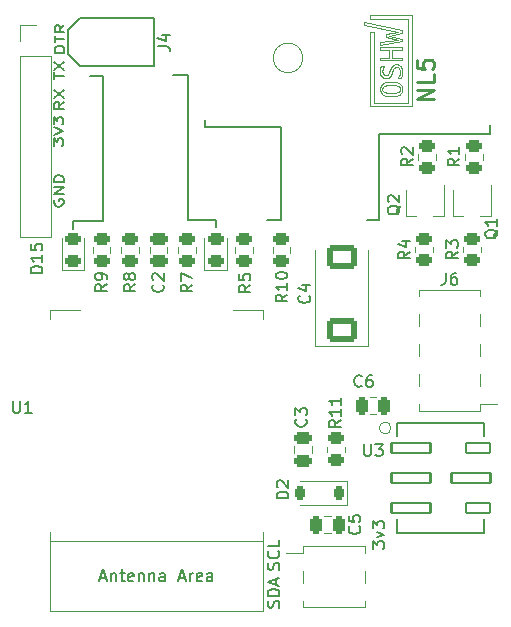
<source format=gto>
G04 #@! TF.GenerationSoftware,KiCad,Pcbnew,7.0.9*
G04 #@! TF.CreationDate,2023-12-30T12:31:20+01:00*
G04 #@! TF.ProjectId,ithowifi_4l,6974686f-7769-4666-995f-346c2e6b6963,rev?*
G04 #@! TF.SameCoordinates,Original*
G04 #@! TF.FileFunction,Legend,Top*
G04 #@! TF.FilePolarity,Positive*
%FSLAX46Y46*%
G04 Gerber Fmt 4.6, Leading zero omitted, Abs format (unit mm)*
G04 Created by KiCad (PCBNEW 7.0.9) date 2023-12-30 12:31:20*
%MOMM*%
%LPD*%
G01*
G04 APERTURE LIST*
G04 Aperture macros list*
%AMRoundRect*
0 Rectangle with rounded corners*
0 $1 Rounding radius*
0 $2 $3 $4 $5 $6 $7 $8 $9 X,Y pos of 4 corners*
0 Add a 4 corners polygon primitive as box body*
4,1,4,$2,$3,$4,$5,$6,$7,$8,$9,$2,$3,0*
0 Add four circle primitives for the rounded corners*
1,1,$1+$1,$2,$3*
1,1,$1+$1,$4,$5*
1,1,$1+$1,$6,$7*
1,1,$1+$1,$8,$9*
0 Add four rect primitives between the rounded corners*
20,1,$1+$1,$2,$3,$4,$5,0*
20,1,$1+$1,$4,$5,$6,$7,0*
20,1,$1+$1,$6,$7,$8,$9,0*
20,1,$1+$1,$8,$9,$2,$3,0*%
G04 Aperture macros list end*
%ADD10C,0.200000*%
%ADD11C,0.125000*%
%ADD12C,0.150000*%
%ADD13C,0.219726*%
%ADD14C,0.120000*%
%ADD15R,3.150000X1.000000*%
%ADD16R,0.700000X1.000000*%
%ADD17RoundRect,0.250000X-0.450000X0.262500X-0.450000X-0.262500X0.450000X-0.262500X0.450000X0.262500X0*%
%ADD18R,1.700000X1.700000*%
%ADD19O,1.700000X1.700000*%
%ADD20R,1.500000X0.900000*%
%ADD21R,0.900000X1.500000*%
%ADD22R,1.050000X1.050000*%
%ADD23C,3.200000*%
%ADD24RoundRect,0.243750X0.456250X-0.243750X0.456250X0.243750X-0.456250X0.243750X-0.456250X-0.243750X0*%
%ADD25C,0.990600*%
%ADD26C,0.787400*%
%ADD27R,0.750000X1.000000*%
%ADD28RoundRect,0.250000X0.250000X0.475000X-0.250000X0.475000X-0.250000X-0.475000X0.250000X-0.475000X0*%
%ADD29RoundRect,0.250000X0.450000X-0.262500X0.450000X0.262500X-0.450000X0.262500X-0.450000X-0.262500X0*%
%ADD30RoundRect,0.250000X0.475000X-0.250000X0.475000X0.250000X-0.475000X0.250000X-0.475000X-0.250000X0*%
%ADD31RoundRect,0.250000X1.025000X-0.787500X1.025000X0.787500X-1.025000X0.787500X-1.025000X-0.787500X0*%
%ADD32RoundRect,0.250000X-0.250000X-0.475000X0.250000X-0.475000X0.250000X0.475000X-0.250000X0.475000X0*%
%ADD33RoundRect,0.225000X0.225000X0.375000X-0.225000X0.375000X-0.225000X-0.375000X0.225000X-0.375000X0*%
%ADD34C,2.000000*%
%ADD35RoundRect,0.105000X-1.655000X0.420000X-1.655000X-0.420000X1.655000X-0.420000X1.655000X0.420000X0*%
%ADD36RoundRect,0.105000X-1.005000X0.420000X-1.005000X-0.420000X1.005000X-0.420000X1.005000X0.420000X0*%
%ADD37R,1.500000X5.080000*%
G04 APERTURE END LIST*
D10*
X98635000Y-110700000D02*
X98635000Y-122936000D01*
X98635000Y-110700000D02*
X97365000Y-110700000D01*
X98635000Y-122936000D02*
X100965000Y-122936000D01*
X100965000Y-123571000D02*
X100965000Y-122936000D01*
X114808000Y-122936000D02*
X113792000Y-122936000D01*
X114808000Y-122936000D02*
X114808000Y-115700000D01*
X124200000Y-115700000D02*
X124200000Y-114900000D01*
X114808000Y-115700000D02*
X124200000Y-115700000D01*
X105328500Y-122936000D02*
X106471500Y-122936000D01*
X100075000Y-115100000D02*
X100075000Y-114465000D01*
X100075000Y-115100000D02*
X106475000Y-115100000D01*
X106471500Y-122936000D02*
X106475000Y-115100000D01*
X88900000Y-123063000D02*
X91440000Y-123063000D01*
D11*
X114924121Y-108127604D02*
X114924121Y-108127604D01*
X116746770Y-107855554D02*
X114924121Y-108127604D01*
X116746770Y-107622204D02*
X116746770Y-107855554D01*
X115663870Y-107375604D02*
X116746770Y-107622204D01*
X116746770Y-107128004D02*
X115663870Y-107375604D01*
X116746770Y-106894705D02*
X116746770Y-107128004D01*
X113569970Y-106205954D02*
X116746770Y-106894705D01*
X113569970Y-106446304D02*
X113569970Y-106205954D01*
X116406070Y-107037654D02*
X113569970Y-106446304D01*
X115424620Y-107247654D02*
X116406070Y-107037654D01*
X115424620Y-107505054D02*
X115424620Y-107247654D01*
X116403620Y-107712554D02*
X115424620Y-107505054D01*
X114924121Y-107887254D02*
X116403620Y-107712554D01*
X114924121Y-108127604D02*
X114924121Y-107887254D01*
X114924121Y-109464705D02*
X114924121Y-109464705D01*
X116746770Y-109464705D02*
X114924121Y-109464705D01*
X116746770Y-109216754D02*
X116746770Y-109464705D01*
X115878720Y-109216754D02*
X116746770Y-109216754D01*
X115878720Y-108541854D02*
X115878720Y-109216754D01*
X116746770Y-108541854D02*
X115878720Y-108541854D01*
X116746770Y-108293904D02*
X116746770Y-108541854D01*
X114924121Y-108293904D02*
X116746770Y-108293904D01*
X114924121Y-108541854D02*
X114924121Y-108293904D01*
X115671220Y-108541854D02*
X114924121Y-108541854D01*
X115671220Y-109216754D02*
X115671220Y-108541854D01*
X114924121Y-109216754D02*
X115671220Y-109216754D01*
X114924121Y-109464705D02*
X114924121Y-109216754D01*
X114986820Y-109900069D02*
X114986520Y-109900069D01*
X114978670Y-109921499D02*
X114986820Y-109900069D01*
X114919820Y-110124954D02*
X114978670Y-109921499D01*
X114916020Y-110144219D02*
X114919820Y-110124954D01*
X114911921Y-110163744D02*
X114916020Y-110144219D01*
X114891570Y-110309959D02*
X114911921Y-110163744D01*
X114891570Y-110365024D02*
X114891570Y-110309959D01*
X114891570Y-110426604D02*
X114891570Y-110365024D01*
X114928220Y-110610524D02*
X114891570Y-110426604D01*
X115014470Y-110774639D02*
X114928220Y-110610524D01*
X115039170Y-110802034D02*
X115014470Y-110774639D01*
X115063570Y-110829434D02*
X115039170Y-110802034D01*
X115210070Y-110924920D02*
X115063570Y-110829434D01*
X115374720Y-110965615D02*
X115210070Y-110924920D01*
X115429770Y-110965615D02*
X115374720Y-110965615D01*
X115473470Y-110965615D02*
X115429770Y-110965615D01*
X115605020Y-110937124D02*
X115473470Y-110965615D01*
X115721670Y-110870124D02*
X115605020Y-110937124D01*
X115741220Y-110850864D02*
X115721670Y-110870124D01*
X115760470Y-110831874D02*
X115741220Y-110850864D01*
X115842370Y-110701399D02*
X115760470Y-110831874D01*
X115904770Y-110524529D02*
X115842370Y-110701399D01*
X115914270Y-110482209D02*
X115904770Y-110524529D01*
X115944920Y-110350649D02*
X115914270Y-110482209D01*
X115951420Y-110321349D02*
X115944920Y-110350649D01*
X115992121Y-110200364D02*
X115951420Y-110321349D01*
X116043670Y-110114649D02*
X115992121Y-110200364D01*
X116055870Y-110102709D02*
X116043670Y-110114649D01*
X116067820Y-110090774D02*
X116055870Y-110102709D01*
X116212370Y-110030819D02*
X116067820Y-110090774D01*
X116264720Y-110030819D02*
X116212370Y-110030819D01*
X116298120Y-110030819D02*
X116264720Y-110030819D01*
X116398220Y-110056864D02*
X116298120Y-110030819D01*
X116485020Y-110117354D02*
X116398220Y-110056864D01*
X116499120Y-110134444D02*
X116485020Y-110117354D01*
X116512970Y-110151809D02*
X116499120Y-110134444D01*
X116561220Y-110258959D02*
X116512970Y-110151809D01*
X116582120Y-110383474D02*
X116561220Y-110258959D01*
X116582120Y-110424974D02*
X116582120Y-110383474D01*
X116582120Y-110483029D02*
X116582120Y-110424974D01*
X116547420Y-110656909D02*
X116582120Y-110483029D01*
X116540620Y-110677794D02*
X116547420Y-110656909D01*
X116533571Y-110698684D02*
X116540620Y-110677794D01*
X116424771Y-110919225D02*
X116533571Y-110698684D01*
X116410120Y-110942549D02*
X116424771Y-110919225D01*
X116672470Y-110942549D02*
X116410120Y-110942549D01*
X116681420Y-110920849D02*
X116672470Y-110942549D01*
X116749770Y-110704384D02*
X116681420Y-110920849D01*
X116754370Y-110682684D02*
X116749770Y-110704384D01*
X116758970Y-110661249D02*
X116754370Y-110682684D01*
X116782320Y-110489534D02*
X116758970Y-110661249D01*
X116782320Y-110424974D02*
X116782320Y-110489534D01*
X116782320Y-110357434D02*
X116782320Y-110424974D01*
X116748121Y-110153979D02*
X116782320Y-110357434D01*
X116668370Y-109983079D02*
X116748121Y-110153979D01*
X116645620Y-109956224D02*
X116668370Y-109983079D01*
X116622820Y-109929369D02*
X116645620Y-109956224D01*
X116477970Y-109835509D02*
X116622820Y-109929369D01*
X116306220Y-109795089D02*
X116477970Y-109835509D01*
X116249020Y-109795089D02*
X116306220Y-109795089D01*
X116199371Y-109795089D02*
X116249020Y-109795089D01*
X116051270Y-109824389D02*
X116199371Y-109795089D01*
X115921070Y-109892749D02*
X116051270Y-109824389D01*
X115899870Y-109912279D02*
X115921070Y-109892749D01*
X115878470Y-109931814D02*
X115899870Y-109912279D01*
X115788670Y-110064459D02*
X115878470Y-109931814D01*
X115721670Y-110243224D02*
X115788670Y-110064459D01*
X115711920Y-110285814D02*
X115721670Y-110243224D01*
X115682620Y-110415209D02*
X115711920Y-110285814D01*
X115675270Y-110445589D02*
X115682620Y-110415209D01*
X115586870Y-110653115D02*
X115675270Y-110445589D01*
X115576270Y-110664229D02*
X115586870Y-110653115D01*
X115565670Y-110675354D02*
X115576270Y-110664229D01*
X115437920Y-110730154D02*
X115565670Y-110675354D01*
X115391820Y-110730154D02*
X115437920Y-110730154D01*
X115360870Y-110730154D02*
X115391820Y-110730154D01*
X115268120Y-110704924D02*
X115360870Y-110730154D01*
X115186720Y-110645784D02*
X115268120Y-110704924D01*
X115173421Y-110628694D02*
X115186720Y-110645784D01*
X115159620Y-110611874D02*
X115173421Y-110628694D01*
X115112120Y-110509069D02*
X115159620Y-110611874D01*
X115091520Y-110382114D02*
X115112120Y-110509069D01*
X115091520Y-110352819D02*
X115091520Y-110382114D01*
X115091520Y-110333829D02*
X115091520Y-110352819D01*
X115121920Y-110144489D02*
X115091520Y-110333829D01*
X115128120Y-110125764D02*
X115121920Y-110144489D01*
X115134120Y-110107049D02*
X115128120Y-110125764D01*
X115224720Y-109918794D02*
X115134120Y-110107049D01*
X115236920Y-109900069D02*
X115224720Y-109918794D01*
X114986520Y-109900069D02*
X115236920Y-109900069D01*
X115837221Y-111277299D02*
X115837221Y-111277299D01*
X115733070Y-111277299D02*
X115837221Y-111277299D01*
X115420570Y-111315275D02*
X115733070Y-111277299D01*
X115164470Y-111403439D02*
X115420570Y-111315275D01*
X115125420Y-111428659D02*
X115164470Y-111403439D01*
X115086370Y-111453889D02*
X115125420Y-111428659D01*
X114949620Y-111618549D02*
X115086370Y-111453889D01*
X114891020Y-111820375D02*
X114949620Y-111618549D01*
X114891020Y-111887649D02*
X114891020Y-111820375D01*
X114891020Y-111954924D02*
X114891020Y-111887649D01*
X114949620Y-112156204D02*
X114891020Y-111954924D01*
X115086370Y-112321404D02*
X114949620Y-112156204D01*
X115125420Y-112346634D02*
X115086370Y-112321404D01*
X115164470Y-112371864D02*
X115125420Y-112346634D01*
X115420570Y-112459479D02*
X115164470Y-112371864D01*
X115733070Y-112496919D02*
X115420570Y-112459479D01*
X115837221Y-112496919D02*
X115733070Y-112496919D01*
X115941370Y-112496919D02*
X115837221Y-112496919D01*
X116254170Y-112459479D02*
X115941370Y-112496919D01*
X116509671Y-112371864D02*
X116254170Y-112459479D01*
X116548770Y-112346634D02*
X116509671Y-112371864D01*
X116587570Y-112321674D02*
X116548770Y-112346634D01*
X116723470Y-112157014D02*
X116587570Y-112321674D01*
X116782070Y-111955194D02*
X116723470Y-112157014D01*
X116782070Y-111887649D02*
X116782070Y-111955194D01*
X116782070Y-111820375D02*
X116782070Y-111887649D01*
X116723470Y-111618549D02*
X116782070Y-111820375D01*
X116586720Y-111453889D02*
X116723470Y-111618549D01*
X116547670Y-111428659D02*
X116586720Y-111453889D01*
X116508620Y-111403439D02*
X116547670Y-111428659D01*
X116252820Y-111315275D02*
X116508620Y-111403439D01*
X115941120Y-111277299D02*
X116252820Y-111315275D01*
X115837221Y-111277299D02*
X115941120Y-111277299D01*
X115837221Y-111534999D02*
X115837221Y-111534999D01*
X115923220Y-111534999D02*
X115837221Y-111534999D01*
X116181470Y-111555889D02*
X115923220Y-111534999D01*
X116382220Y-111604174D02*
X116181470Y-111555889D01*
X116410970Y-111618009D02*
X116382220Y-111604174D01*
X116439420Y-111631844D02*
X116410970Y-111618009D01*
X116538970Y-111726514D02*
X116439420Y-111631844D01*
X116581871Y-111847499D02*
X116538970Y-111726514D01*
X116581871Y-111887649D02*
X116581871Y-111847499D01*
X116581871Y-111928069D02*
X116581871Y-111887649D01*
X116538720Y-112048779D02*
X116581871Y-111928069D01*
X116438070Y-112143725D02*
X116538720Y-112048779D01*
X116409620Y-112157559D02*
X116438070Y-112143725D01*
X116380870Y-112171399D02*
X116409620Y-112157559D01*
X116180370Y-112218869D02*
X116380870Y-112171399D01*
X115922971Y-112239209D02*
X116180370Y-112218869D01*
X115837221Y-112239209D02*
X115922971Y-112239209D01*
X115750970Y-112239209D02*
X115837221Y-112239209D01*
X115492970Y-112218869D02*
X115750970Y-112239209D01*
X115291970Y-112171399D02*
X115492970Y-112218869D01*
X115263470Y-112157559D02*
X115291970Y-112171399D01*
X115234720Y-112143725D02*
X115263470Y-112157559D01*
X115134120Y-112048779D02*
X115234720Y-112143725D01*
X114026820Y-113338114D02*
X117571710Y-113338114D01*
X114026820Y-105652554D02*
X114026820Y-105958554D01*
X117571710Y-105652554D02*
X114026820Y-105652554D01*
X115091221Y-111928069D02*
X115134120Y-112048779D01*
X115091221Y-111887649D02*
X115091221Y-111928069D01*
X115091221Y-111847499D02*
X115091221Y-111887649D01*
X115134120Y-111726514D02*
X115091221Y-111847499D01*
X115234720Y-111631844D02*
X115134120Y-111726514D01*
X115263470Y-111618009D02*
X115234720Y-111631844D01*
X114339320Y-113025614D02*
X114339320Y-107018404D01*
X117259210Y-113025614D02*
X114339320Y-113025614D01*
X117571710Y-113338114D02*
X117571710Y-105652554D01*
X117259210Y-105965054D02*
X117259210Y-113025614D01*
X114026820Y-105958554D02*
X117259210Y-105965054D01*
X114026820Y-107018404D02*
X114026820Y-113338114D01*
X114339320Y-107018404D02*
X114026820Y-107018404D01*
X115291970Y-111604174D02*
X115263470Y-111618009D01*
X115492970Y-111555889D02*
X115291970Y-111604174D01*
X115750970Y-111534999D02*
X115492970Y-111555889D01*
X115837221Y-111534999D02*
X115750970Y-111534999D01*
X114026820Y-113338114D02*
X114026820Y-113338114D01*
D10*
X90360500Y-110800000D02*
X91440000Y-110800000D01*
X88900000Y-123698000D02*
X88900000Y-123063000D01*
X91440000Y-110800000D02*
X91440000Y-123063000D01*
D12*
X87319295Y-111048704D02*
X87319295Y-110477276D01*
X88119295Y-110762990D02*
X87319295Y-110762990D01*
X87319295Y-110239180D02*
X88119295Y-109572514D01*
X87319295Y-109572514D02*
X88119295Y-110239180D01*
X87268495Y-116681094D02*
X87268495Y-116062047D01*
X87268495Y-116062047D02*
X87573257Y-116395380D01*
X87573257Y-116395380D02*
X87573257Y-116252523D01*
X87573257Y-116252523D02*
X87611352Y-116157285D01*
X87611352Y-116157285D02*
X87649447Y-116109666D01*
X87649447Y-116109666D02*
X87725638Y-116062047D01*
X87725638Y-116062047D02*
X87916114Y-116062047D01*
X87916114Y-116062047D02*
X87992304Y-116109666D01*
X87992304Y-116109666D02*
X88030400Y-116157285D01*
X88030400Y-116157285D02*
X88068495Y-116252523D01*
X88068495Y-116252523D02*
X88068495Y-116538237D01*
X88068495Y-116538237D02*
X88030400Y-116633475D01*
X88030400Y-116633475D02*
X87992304Y-116681094D01*
X87268495Y-115776332D02*
X88068495Y-115442999D01*
X88068495Y-115442999D02*
X87268495Y-115109666D01*
X87268495Y-114871570D02*
X87268495Y-114252523D01*
X87268495Y-114252523D02*
X87573257Y-114585856D01*
X87573257Y-114585856D02*
X87573257Y-114442999D01*
X87573257Y-114442999D02*
X87611352Y-114347761D01*
X87611352Y-114347761D02*
X87649447Y-114300142D01*
X87649447Y-114300142D02*
X87725638Y-114252523D01*
X87725638Y-114252523D02*
X87916114Y-114252523D01*
X87916114Y-114252523D02*
X87992304Y-114300142D01*
X87992304Y-114300142D02*
X88030400Y-114347761D01*
X88030400Y-114347761D02*
X88068495Y-114442999D01*
X88068495Y-114442999D02*
X88068495Y-114728713D01*
X88068495Y-114728713D02*
X88030400Y-114823951D01*
X88030400Y-114823951D02*
X87992304Y-114871570D01*
X87331990Y-121259504D02*
X87293895Y-121354742D01*
X87293895Y-121354742D02*
X87293895Y-121497599D01*
X87293895Y-121497599D02*
X87331990Y-121640456D01*
X87331990Y-121640456D02*
X87408180Y-121735694D01*
X87408180Y-121735694D02*
X87484371Y-121783313D01*
X87484371Y-121783313D02*
X87636752Y-121830932D01*
X87636752Y-121830932D02*
X87751038Y-121830932D01*
X87751038Y-121830932D02*
X87903419Y-121783313D01*
X87903419Y-121783313D02*
X87979609Y-121735694D01*
X87979609Y-121735694D02*
X88055800Y-121640456D01*
X88055800Y-121640456D02*
X88093895Y-121497599D01*
X88093895Y-121497599D02*
X88093895Y-121402361D01*
X88093895Y-121402361D02*
X88055800Y-121259504D01*
X88055800Y-121259504D02*
X88017704Y-121211885D01*
X88017704Y-121211885D02*
X87751038Y-121211885D01*
X87751038Y-121211885D02*
X87751038Y-121402361D01*
X88093895Y-120783313D02*
X87293895Y-120783313D01*
X87293895Y-120783313D02*
X88093895Y-120211885D01*
X88093895Y-120211885D02*
X87293895Y-120211885D01*
X88093895Y-119735694D02*
X87293895Y-119735694D01*
X87293895Y-119735694D02*
X87293895Y-119497599D01*
X87293895Y-119497599D02*
X87331990Y-119354742D01*
X87331990Y-119354742D02*
X87408180Y-119259504D01*
X87408180Y-119259504D02*
X87484371Y-119211885D01*
X87484371Y-119211885D02*
X87636752Y-119164266D01*
X87636752Y-119164266D02*
X87751038Y-119164266D01*
X87751038Y-119164266D02*
X87903419Y-119211885D01*
X87903419Y-119211885D02*
X87979609Y-119259504D01*
X87979609Y-119259504D02*
X88055800Y-119354742D01*
X88055800Y-119354742D02*
X88093895Y-119497599D01*
X88093895Y-119497599D02*
X88093895Y-119735694D01*
X88093895Y-112968066D02*
X87712942Y-113301399D01*
X88093895Y-113539494D02*
X87293895Y-113539494D01*
X87293895Y-113539494D02*
X87293895Y-113158542D01*
X87293895Y-113158542D02*
X87331990Y-113063304D01*
X87331990Y-113063304D02*
X87370085Y-113015685D01*
X87370085Y-113015685D02*
X87446276Y-112968066D01*
X87446276Y-112968066D02*
X87560561Y-112968066D01*
X87560561Y-112968066D02*
X87636752Y-113015685D01*
X87636752Y-113015685D02*
X87674847Y-113063304D01*
X87674847Y-113063304D02*
X87712942Y-113158542D01*
X87712942Y-113158542D02*
X87712942Y-113539494D01*
X87293895Y-112634732D02*
X88093895Y-111968066D01*
X87293895Y-111968066D02*
X88093895Y-112634732D01*
X106325200Y-152574475D02*
X106372819Y-152431618D01*
X106372819Y-152431618D02*
X106372819Y-152193523D01*
X106372819Y-152193523D02*
X106325200Y-152098285D01*
X106325200Y-152098285D02*
X106277580Y-152050666D01*
X106277580Y-152050666D02*
X106182342Y-152003047D01*
X106182342Y-152003047D02*
X106087104Y-152003047D01*
X106087104Y-152003047D02*
X105991866Y-152050666D01*
X105991866Y-152050666D02*
X105944247Y-152098285D01*
X105944247Y-152098285D02*
X105896628Y-152193523D01*
X105896628Y-152193523D02*
X105849009Y-152383999D01*
X105849009Y-152383999D02*
X105801390Y-152479237D01*
X105801390Y-152479237D02*
X105753771Y-152526856D01*
X105753771Y-152526856D02*
X105658533Y-152574475D01*
X105658533Y-152574475D02*
X105563295Y-152574475D01*
X105563295Y-152574475D02*
X105468057Y-152526856D01*
X105468057Y-152526856D02*
X105420438Y-152479237D01*
X105420438Y-152479237D02*
X105372819Y-152383999D01*
X105372819Y-152383999D02*
X105372819Y-152145904D01*
X105372819Y-152145904D02*
X105420438Y-152003047D01*
X106277580Y-151003047D02*
X106325200Y-151050666D01*
X106325200Y-151050666D02*
X106372819Y-151193523D01*
X106372819Y-151193523D02*
X106372819Y-151288761D01*
X106372819Y-151288761D02*
X106325200Y-151431618D01*
X106325200Y-151431618D02*
X106229961Y-151526856D01*
X106229961Y-151526856D02*
X106134723Y-151574475D01*
X106134723Y-151574475D02*
X105944247Y-151622094D01*
X105944247Y-151622094D02*
X105801390Y-151622094D01*
X105801390Y-151622094D02*
X105610914Y-151574475D01*
X105610914Y-151574475D02*
X105515676Y-151526856D01*
X105515676Y-151526856D02*
X105420438Y-151431618D01*
X105420438Y-151431618D02*
X105372819Y-151288761D01*
X105372819Y-151288761D02*
X105372819Y-151193523D01*
X105372819Y-151193523D02*
X105420438Y-151050666D01*
X105420438Y-151050666D02*
X105468057Y-151003047D01*
X106372819Y-150098285D02*
X106372819Y-150574475D01*
X106372819Y-150574475D02*
X105372819Y-150574475D01*
X106325200Y-155782285D02*
X106372819Y-155639428D01*
X106372819Y-155639428D02*
X106372819Y-155401333D01*
X106372819Y-155401333D02*
X106325200Y-155306095D01*
X106325200Y-155306095D02*
X106277580Y-155258476D01*
X106277580Y-155258476D02*
X106182342Y-155210857D01*
X106182342Y-155210857D02*
X106087104Y-155210857D01*
X106087104Y-155210857D02*
X105991866Y-155258476D01*
X105991866Y-155258476D02*
X105944247Y-155306095D01*
X105944247Y-155306095D02*
X105896628Y-155401333D01*
X105896628Y-155401333D02*
X105849009Y-155591809D01*
X105849009Y-155591809D02*
X105801390Y-155687047D01*
X105801390Y-155687047D02*
X105753771Y-155734666D01*
X105753771Y-155734666D02*
X105658533Y-155782285D01*
X105658533Y-155782285D02*
X105563295Y-155782285D01*
X105563295Y-155782285D02*
X105468057Y-155734666D01*
X105468057Y-155734666D02*
X105420438Y-155687047D01*
X105420438Y-155687047D02*
X105372819Y-155591809D01*
X105372819Y-155591809D02*
X105372819Y-155353714D01*
X105372819Y-155353714D02*
X105420438Y-155210857D01*
X106372819Y-154782285D02*
X105372819Y-154782285D01*
X105372819Y-154782285D02*
X105372819Y-154544190D01*
X105372819Y-154544190D02*
X105420438Y-154401333D01*
X105420438Y-154401333D02*
X105515676Y-154306095D01*
X105515676Y-154306095D02*
X105610914Y-154258476D01*
X105610914Y-154258476D02*
X105801390Y-154210857D01*
X105801390Y-154210857D02*
X105944247Y-154210857D01*
X105944247Y-154210857D02*
X106134723Y-154258476D01*
X106134723Y-154258476D02*
X106229961Y-154306095D01*
X106229961Y-154306095D02*
X106325200Y-154401333D01*
X106325200Y-154401333D02*
X106372819Y-154544190D01*
X106372819Y-154544190D02*
X106372819Y-154782285D01*
X106087104Y-153829904D02*
X106087104Y-153353714D01*
X106372819Y-153925142D02*
X105372819Y-153591809D01*
X105372819Y-153591809D02*
X106372819Y-153258476D01*
X114262819Y-150796475D02*
X114262819Y-150177428D01*
X114262819Y-150177428D02*
X114643771Y-150510761D01*
X114643771Y-150510761D02*
X114643771Y-150367904D01*
X114643771Y-150367904D02*
X114691390Y-150272666D01*
X114691390Y-150272666D02*
X114739009Y-150225047D01*
X114739009Y-150225047D02*
X114834247Y-150177428D01*
X114834247Y-150177428D02*
X115072342Y-150177428D01*
X115072342Y-150177428D02*
X115167580Y-150225047D01*
X115167580Y-150225047D02*
X115215200Y-150272666D01*
X115215200Y-150272666D02*
X115262819Y-150367904D01*
X115262819Y-150367904D02*
X115262819Y-150653618D01*
X115262819Y-150653618D02*
X115215200Y-150748856D01*
X115215200Y-150748856D02*
X115167580Y-150796475D01*
X114596152Y-149844094D02*
X115262819Y-149605999D01*
X115262819Y-149605999D02*
X114596152Y-149367904D01*
X114262819Y-149082189D02*
X114262819Y-148463142D01*
X114262819Y-148463142D02*
X114643771Y-148796475D01*
X114643771Y-148796475D02*
X114643771Y-148653618D01*
X114643771Y-148653618D02*
X114691390Y-148558380D01*
X114691390Y-148558380D02*
X114739009Y-148510761D01*
X114739009Y-148510761D02*
X114834247Y-148463142D01*
X114834247Y-148463142D02*
X115072342Y-148463142D01*
X115072342Y-148463142D02*
X115167580Y-148510761D01*
X115167580Y-148510761D02*
X115215200Y-148558380D01*
X115215200Y-148558380D02*
X115262819Y-148653618D01*
X115262819Y-148653618D02*
X115262819Y-148939332D01*
X115262819Y-148939332D02*
X115215200Y-149034570D01*
X115215200Y-149034570D02*
X115167580Y-149082189D01*
X86306819Y-127452285D02*
X85306819Y-127452285D01*
X85306819Y-127452285D02*
X85306819Y-127214190D01*
X85306819Y-127214190D02*
X85354438Y-127071333D01*
X85354438Y-127071333D02*
X85449676Y-126976095D01*
X85449676Y-126976095D02*
X85544914Y-126928476D01*
X85544914Y-126928476D02*
X85735390Y-126880857D01*
X85735390Y-126880857D02*
X85878247Y-126880857D01*
X85878247Y-126880857D02*
X86068723Y-126928476D01*
X86068723Y-126928476D02*
X86163961Y-126976095D01*
X86163961Y-126976095D02*
X86259200Y-127071333D01*
X86259200Y-127071333D02*
X86306819Y-127214190D01*
X86306819Y-127214190D02*
X86306819Y-127452285D01*
X86306819Y-125928476D02*
X86306819Y-126499904D01*
X86306819Y-126214190D02*
X85306819Y-126214190D01*
X85306819Y-126214190D02*
X85449676Y-126309428D01*
X85449676Y-126309428D02*
X85544914Y-126404666D01*
X85544914Y-126404666D02*
X85592533Y-126499904D01*
X85306819Y-125023714D02*
X85306819Y-125499904D01*
X85306819Y-125499904D02*
X85783009Y-125547523D01*
X85783009Y-125547523D02*
X85735390Y-125499904D01*
X85735390Y-125499904D02*
X85687771Y-125404666D01*
X85687771Y-125404666D02*
X85687771Y-125166571D01*
X85687771Y-125166571D02*
X85735390Y-125071333D01*
X85735390Y-125071333D02*
X85783009Y-125023714D01*
X85783009Y-125023714D02*
X85878247Y-124976095D01*
X85878247Y-124976095D02*
X86116342Y-124976095D01*
X86116342Y-124976095D02*
X86211580Y-125023714D01*
X86211580Y-125023714D02*
X86259200Y-125071333D01*
X86259200Y-125071333D02*
X86306819Y-125166571D01*
X86306819Y-125166571D02*
X86306819Y-125404666D01*
X86306819Y-125404666D02*
X86259200Y-125499904D01*
X86259200Y-125499904D02*
X86211580Y-125547523D01*
D13*
X119417240Y-112722110D02*
X118017240Y-112722110D01*
X118017240Y-112722110D02*
X119417240Y-111922110D01*
X119417240Y-111922110D02*
X118017240Y-111922110D01*
X119417240Y-110588777D02*
X119417240Y-111255443D01*
X119417240Y-111255443D02*
X118017240Y-111255443D01*
X118017240Y-109455444D02*
X118017240Y-110122110D01*
X118017240Y-110122110D02*
X118683907Y-110188777D01*
X118683907Y-110188777D02*
X118617240Y-110122110D01*
X118617240Y-110122110D02*
X118550574Y-109988777D01*
X118550574Y-109988777D02*
X118550574Y-109655444D01*
X118550574Y-109655444D02*
X118617240Y-109522110D01*
X118617240Y-109522110D02*
X118683907Y-109455444D01*
X118683907Y-109455444D02*
X118817240Y-109388777D01*
X118817240Y-109388777D02*
X119150574Y-109388777D01*
X119150574Y-109388777D02*
X119283907Y-109455444D01*
X119283907Y-109455444D02*
X119350574Y-109522110D01*
X119350574Y-109522110D02*
X119417240Y-109655444D01*
X119417240Y-109655444D02*
X119417240Y-109988777D01*
X119417240Y-109988777D02*
X119350574Y-110122110D01*
X119350574Y-110122110D02*
X119283907Y-110188777D01*
D12*
X88144695Y-108788056D02*
X87344695Y-108788056D01*
X87344695Y-108788056D02*
X87344695Y-108549961D01*
X87344695Y-108549961D02*
X87382790Y-108407104D01*
X87382790Y-108407104D02*
X87458980Y-108311866D01*
X87458980Y-108311866D02*
X87535171Y-108264247D01*
X87535171Y-108264247D02*
X87687552Y-108216628D01*
X87687552Y-108216628D02*
X87801838Y-108216628D01*
X87801838Y-108216628D02*
X87954219Y-108264247D01*
X87954219Y-108264247D02*
X88030409Y-108311866D01*
X88030409Y-108311866D02*
X88106600Y-108407104D01*
X88106600Y-108407104D02*
X88144695Y-108549961D01*
X88144695Y-108549961D02*
X88144695Y-108788056D01*
X87344695Y-107930913D02*
X87344695Y-107359485D01*
X88144695Y-107645199D02*
X87344695Y-107645199D01*
X88144695Y-106454723D02*
X87763742Y-106788056D01*
X88144695Y-107026151D02*
X87344695Y-107026151D01*
X87344695Y-107026151D02*
X87344695Y-106645199D01*
X87344695Y-106645199D02*
X87382790Y-106549961D01*
X87382790Y-106549961D02*
X87420885Y-106502342D01*
X87420885Y-106502342D02*
X87497076Y-106454723D01*
X87497076Y-106454723D02*
X87611361Y-106454723D01*
X87611361Y-106454723D02*
X87687552Y-106502342D01*
X87687552Y-106502342D02*
X87725647Y-106549961D01*
X87725647Y-106549961D02*
X87763742Y-106645199D01*
X87763742Y-106645199D02*
X87763742Y-107026151D01*
X116628057Y-121761238D02*
X116580438Y-121856476D01*
X116580438Y-121856476D02*
X116485200Y-121951714D01*
X116485200Y-121951714D02*
X116342342Y-122094571D01*
X116342342Y-122094571D02*
X116294723Y-122189809D01*
X116294723Y-122189809D02*
X116294723Y-122285047D01*
X116532819Y-122237428D02*
X116485200Y-122332666D01*
X116485200Y-122332666D02*
X116389961Y-122427904D01*
X116389961Y-122427904D02*
X116199485Y-122475523D01*
X116199485Y-122475523D02*
X115866152Y-122475523D01*
X115866152Y-122475523D02*
X115675676Y-122427904D01*
X115675676Y-122427904D02*
X115580438Y-122332666D01*
X115580438Y-122332666D02*
X115532819Y-122237428D01*
X115532819Y-122237428D02*
X115532819Y-122046952D01*
X115532819Y-122046952D02*
X115580438Y-121951714D01*
X115580438Y-121951714D02*
X115675676Y-121856476D01*
X115675676Y-121856476D02*
X115866152Y-121808857D01*
X115866152Y-121808857D02*
X116199485Y-121808857D01*
X116199485Y-121808857D02*
X116389961Y-121856476D01*
X116389961Y-121856476D02*
X116485200Y-121951714D01*
X116485200Y-121951714D02*
X116532819Y-122046952D01*
X116532819Y-122046952D02*
X116532819Y-122237428D01*
X115628057Y-121427904D02*
X115580438Y-121380285D01*
X115580438Y-121380285D02*
X115532819Y-121285047D01*
X115532819Y-121285047D02*
X115532819Y-121046952D01*
X115532819Y-121046952D02*
X115580438Y-120951714D01*
X115580438Y-120951714D02*
X115628057Y-120904095D01*
X115628057Y-120904095D02*
X115723295Y-120856476D01*
X115723295Y-120856476D02*
X115818533Y-120856476D01*
X115818533Y-120856476D02*
X115961390Y-120904095D01*
X115961390Y-120904095D02*
X116532819Y-121475523D01*
X116532819Y-121475523D02*
X116532819Y-120856476D01*
X117675819Y-117768666D02*
X117199628Y-118101999D01*
X117675819Y-118340094D02*
X116675819Y-118340094D01*
X116675819Y-118340094D02*
X116675819Y-117959142D01*
X116675819Y-117959142D02*
X116723438Y-117863904D01*
X116723438Y-117863904D02*
X116771057Y-117816285D01*
X116771057Y-117816285D02*
X116866295Y-117768666D01*
X116866295Y-117768666D02*
X117009152Y-117768666D01*
X117009152Y-117768666D02*
X117104390Y-117816285D01*
X117104390Y-117816285D02*
X117152009Y-117863904D01*
X117152009Y-117863904D02*
X117199628Y-117959142D01*
X117199628Y-117959142D02*
X117199628Y-118340094D01*
X116771057Y-117387713D02*
X116723438Y-117340094D01*
X116723438Y-117340094D02*
X116675819Y-117244856D01*
X116675819Y-117244856D02*
X116675819Y-117006761D01*
X116675819Y-117006761D02*
X116723438Y-116911523D01*
X116723438Y-116911523D02*
X116771057Y-116863904D01*
X116771057Y-116863904D02*
X116866295Y-116816285D01*
X116866295Y-116816285D02*
X116961533Y-116816285D01*
X116961533Y-116816285D02*
X117104390Y-116863904D01*
X117104390Y-116863904D02*
X117675819Y-117435332D01*
X117675819Y-117435332D02*
X117675819Y-116816285D01*
X83820095Y-138291219D02*
X83820095Y-139100742D01*
X83820095Y-139100742D02*
X83867714Y-139195980D01*
X83867714Y-139195980D02*
X83915333Y-139243600D01*
X83915333Y-139243600D02*
X84010571Y-139291219D01*
X84010571Y-139291219D02*
X84201047Y-139291219D01*
X84201047Y-139291219D02*
X84296285Y-139243600D01*
X84296285Y-139243600D02*
X84343904Y-139195980D01*
X84343904Y-139195980D02*
X84391523Y-139100742D01*
X84391523Y-139100742D02*
X84391523Y-138291219D01*
X85391523Y-139291219D02*
X84820095Y-139291219D01*
X85105809Y-139291219D02*
X85105809Y-138291219D01*
X85105809Y-138291219D02*
X85010571Y-138434076D01*
X85010571Y-138434076D02*
X84915333Y-138529314D01*
X84915333Y-138529314D02*
X84820095Y-138576933D01*
X91215694Y-153272704D02*
X91691884Y-153272704D01*
X91120456Y-153558419D02*
X91453789Y-152558419D01*
X91453789Y-152558419D02*
X91787122Y-153558419D01*
X92120456Y-152891752D02*
X92120456Y-153558419D01*
X92120456Y-152986990D02*
X92168075Y-152939371D01*
X92168075Y-152939371D02*
X92263313Y-152891752D01*
X92263313Y-152891752D02*
X92406170Y-152891752D01*
X92406170Y-152891752D02*
X92501408Y-152939371D01*
X92501408Y-152939371D02*
X92549027Y-153034609D01*
X92549027Y-153034609D02*
X92549027Y-153558419D01*
X92882361Y-152891752D02*
X93263313Y-152891752D01*
X93025218Y-152558419D02*
X93025218Y-153415561D01*
X93025218Y-153415561D02*
X93072837Y-153510800D01*
X93072837Y-153510800D02*
X93168075Y-153558419D01*
X93168075Y-153558419D02*
X93263313Y-153558419D01*
X93977599Y-153510800D02*
X93882361Y-153558419D01*
X93882361Y-153558419D02*
X93691885Y-153558419D01*
X93691885Y-153558419D02*
X93596647Y-153510800D01*
X93596647Y-153510800D02*
X93549028Y-153415561D01*
X93549028Y-153415561D02*
X93549028Y-153034609D01*
X93549028Y-153034609D02*
X93596647Y-152939371D01*
X93596647Y-152939371D02*
X93691885Y-152891752D01*
X93691885Y-152891752D02*
X93882361Y-152891752D01*
X93882361Y-152891752D02*
X93977599Y-152939371D01*
X93977599Y-152939371D02*
X94025218Y-153034609D01*
X94025218Y-153034609D02*
X94025218Y-153129847D01*
X94025218Y-153129847D02*
X93549028Y-153225085D01*
X94453790Y-152891752D02*
X94453790Y-153558419D01*
X94453790Y-152986990D02*
X94501409Y-152939371D01*
X94501409Y-152939371D02*
X94596647Y-152891752D01*
X94596647Y-152891752D02*
X94739504Y-152891752D01*
X94739504Y-152891752D02*
X94834742Y-152939371D01*
X94834742Y-152939371D02*
X94882361Y-153034609D01*
X94882361Y-153034609D02*
X94882361Y-153558419D01*
X95358552Y-152891752D02*
X95358552Y-153558419D01*
X95358552Y-152986990D02*
X95406171Y-152939371D01*
X95406171Y-152939371D02*
X95501409Y-152891752D01*
X95501409Y-152891752D02*
X95644266Y-152891752D01*
X95644266Y-152891752D02*
X95739504Y-152939371D01*
X95739504Y-152939371D02*
X95787123Y-153034609D01*
X95787123Y-153034609D02*
X95787123Y-153558419D01*
X96691885Y-153558419D02*
X96691885Y-153034609D01*
X96691885Y-153034609D02*
X96644266Y-152939371D01*
X96644266Y-152939371D02*
X96549028Y-152891752D01*
X96549028Y-152891752D02*
X96358552Y-152891752D01*
X96358552Y-152891752D02*
X96263314Y-152939371D01*
X96691885Y-153510800D02*
X96596647Y-153558419D01*
X96596647Y-153558419D02*
X96358552Y-153558419D01*
X96358552Y-153558419D02*
X96263314Y-153510800D01*
X96263314Y-153510800D02*
X96215695Y-153415561D01*
X96215695Y-153415561D02*
X96215695Y-153320323D01*
X96215695Y-153320323D02*
X96263314Y-153225085D01*
X96263314Y-153225085D02*
X96358552Y-153177466D01*
X96358552Y-153177466D02*
X96596647Y-153177466D01*
X96596647Y-153177466D02*
X96691885Y-153129847D01*
X97882362Y-153272704D02*
X98358552Y-153272704D01*
X97787124Y-153558419D02*
X98120457Y-152558419D01*
X98120457Y-152558419D02*
X98453790Y-153558419D01*
X98787124Y-153558419D02*
X98787124Y-152891752D01*
X98787124Y-153082228D02*
X98834743Y-152986990D01*
X98834743Y-152986990D02*
X98882362Y-152939371D01*
X98882362Y-152939371D02*
X98977600Y-152891752D01*
X98977600Y-152891752D02*
X99072838Y-152891752D01*
X99787124Y-153510800D02*
X99691886Y-153558419D01*
X99691886Y-153558419D02*
X99501410Y-153558419D01*
X99501410Y-153558419D02*
X99406172Y-153510800D01*
X99406172Y-153510800D02*
X99358553Y-153415561D01*
X99358553Y-153415561D02*
X99358553Y-153034609D01*
X99358553Y-153034609D02*
X99406172Y-152939371D01*
X99406172Y-152939371D02*
X99501410Y-152891752D01*
X99501410Y-152891752D02*
X99691886Y-152891752D01*
X99691886Y-152891752D02*
X99787124Y-152939371D01*
X99787124Y-152939371D02*
X99834743Y-153034609D01*
X99834743Y-153034609D02*
X99834743Y-153129847D01*
X99834743Y-153129847D02*
X99358553Y-153225085D01*
X100691886Y-153558419D02*
X100691886Y-153034609D01*
X100691886Y-153034609D02*
X100644267Y-152939371D01*
X100644267Y-152939371D02*
X100549029Y-152891752D01*
X100549029Y-152891752D02*
X100358553Y-152891752D01*
X100358553Y-152891752D02*
X100263315Y-152939371D01*
X100691886Y-153510800D02*
X100596648Y-153558419D01*
X100596648Y-153558419D02*
X100358553Y-153558419D01*
X100358553Y-153558419D02*
X100263315Y-153510800D01*
X100263315Y-153510800D02*
X100215696Y-153415561D01*
X100215696Y-153415561D02*
X100215696Y-153320323D01*
X100215696Y-153320323D02*
X100263315Y-153225085D01*
X100263315Y-153225085D02*
X100358553Y-153177466D01*
X100358553Y-153177466D02*
X100596648Y-153177466D01*
X100596648Y-153177466D02*
X100691886Y-153129847D01*
X91767819Y-128413566D02*
X91291628Y-128746899D01*
X91767819Y-128984994D02*
X90767819Y-128984994D01*
X90767819Y-128984994D02*
X90767819Y-128604042D01*
X90767819Y-128604042D02*
X90815438Y-128508804D01*
X90815438Y-128508804D02*
X90863057Y-128461185D01*
X90863057Y-128461185D02*
X90958295Y-128413566D01*
X90958295Y-128413566D02*
X91101152Y-128413566D01*
X91101152Y-128413566D02*
X91196390Y-128461185D01*
X91196390Y-128461185D02*
X91244009Y-128508804D01*
X91244009Y-128508804D02*
X91291628Y-128604042D01*
X91291628Y-128604042D02*
X91291628Y-128984994D01*
X91767819Y-127937375D02*
X91767819Y-127746899D01*
X91767819Y-127746899D02*
X91720200Y-127651661D01*
X91720200Y-127651661D02*
X91672580Y-127604042D01*
X91672580Y-127604042D02*
X91529723Y-127508804D01*
X91529723Y-127508804D02*
X91339247Y-127461185D01*
X91339247Y-127461185D02*
X90958295Y-127461185D01*
X90958295Y-127461185D02*
X90863057Y-127508804D01*
X90863057Y-127508804D02*
X90815438Y-127556423D01*
X90815438Y-127556423D02*
X90767819Y-127651661D01*
X90767819Y-127651661D02*
X90767819Y-127842137D01*
X90767819Y-127842137D02*
X90815438Y-127937375D01*
X90815438Y-127937375D02*
X90863057Y-127984994D01*
X90863057Y-127984994D02*
X90958295Y-128032613D01*
X90958295Y-128032613D02*
X91196390Y-128032613D01*
X91196390Y-128032613D02*
X91291628Y-127984994D01*
X91291628Y-127984994D02*
X91339247Y-127937375D01*
X91339247Y-127937375D02*
X91386866Y-127842137D01*
X91386866Y-127842137D02*
X91386866Y-127651661D01*
X91386866Y-127651661D02*
X91339247Y-127556423D01*
X91339247Y-127556423D02*
X91291628Y-127508804D01*
X91291628Y-127508804D02*
X91196390Y-127461185D01*
X107041619Y-129277057D02*
X106565428Y-129610390D01*
X107041619Y-129848485D02*
X106041619Y-129848485D01*
X106041619Y-129848485D02*
X106041619Y-129467533D01*
X106041619Y-129467533D02*
X106089238Y-129372295D01*
X106089238Y-129372295D02*
X106136857Y-129324676D01*
X106136857Y-129324676D02*
X106232095Y-129277057D01*
X106232095Y-129277057D02*
X106374952Y-129277057D01*
X106374952Y-129277057D02*
X106470190Y-129324676D01*
X106470190Y-129324676D02*
X106517809Y-129372295D01*
X106517809Y-129372295D02*
X106565428Y-129467533D01*
X106565428Y-129467533D02*
X106565428Y-129848485D01*
X107041619Y-128324676D02*
X107041619Y-128896104D01*
X107041619Y-128610390D02*
X106041619Y-128610390D01*
X106041619Y-128610390D02*
X106184476Y-128705628D01*
X106184476Y-128705628D02*
X106279714Y-128800866D01*
X106279714Y-128800866D02*
X106327333Y-128896104D01*
X106041619Y-127705628D02*
X106041619Y-127610390D01*
X106041619Y-127610390D02*
X106089238Y-127515152D01*
X106089238Y-127515152D02*
X106136857Y-127467533D01*
X106136857Y-127467533D02*
X106232095Y-127419914D01*
X106232095Y-127419914D02*
X106422571Y-127372295D01*
X106422571Y-127372295D02*
X106660666Y-127372295D01*
X106660666Y-127372295D02*
X106851142Y-127419914D01*
X106851142Y-127419914D02*
X106946380Y-127467533D01*
X106946380Y-127467533D02*
X106994000Y-127515152D01*
X106994000Y-127515152D02*
X107041619Y-127610390D01*
X107041619Y-127610390D02*
X107041619Y-127705628D01*
X107041619Y-127705628D02*
X106994000Y-127800866D01*
X106994000Y-127800866D02*
X106946380Y-127848485D01*
X106946380Y-127848485D02*
X106851142Y-127896104D01*
X106851142Y-127896104D02*
X106660666Y-127943723D01*
X106660666Y-127943723D02*
X106422571Y-127943723D01*
X106422571Y-127943723D02*
X106232095Y-127896104D01*
X106232095Y-127896104D02*
X106136857Y-127848485D01*
X106136857Y-127848485D02*
X106089238Y-127800866D01*
X106089238Y-127800866D02*
X106041619Y-127705628D01*
X117421819Y-125642666D02*
X116945628Y-125975999D01*
X117421819Y-126214094D02*
X116421819Y-126214094D01*
X116421819Y-126214094D02*
X116421819Y-125833142D01*
X116421819Y-125833142D02*
X116469438Y-125737904D01*
X116469438Y-125737904D02*
X116517057Y-125690285D01*
X116517057Y-125690285D02*
X116612295Y-125642666D01*
X116612295Y-125642666D02*
X116755152Y-125642666D01*
X116755152Y-125642666D02*
X116850390Y-125690285D01*
X116850390Y-125690285D02*
X116898009Y-125737904D01*
X116898009Y-125737904D02*
X116945628Y-125833142D01*
X116945628Y-125833142D02*
X116945628Y-126214094D01*
X116755152Y-124785523D02*
X117421819Y-124785523D01*
X116374200Y-125023618D02*
X117088485Y-125261713D01*
X117088485Y-125261713D02*
X117088485Y-124642666D01*
X96086819Y-108247433D02*
X96801104Y-108247433D01*
X96801104Y-108247433D02*
X96943961Y-108295052D01*
X96943961Y-108295052D02*
X97039200Y-108390290D01*
X97039200Y-108390290D02*
X97086819Y-108533147D01*
X97086819Y-108533147D02*
X97086819Y-108628385D01*
X96420152Y-107342671D02*
X97086819Y-107342671D01*
X96039200Y-107580766D02*
X96753485Y-107818861D01*
X96753485Y-107818861D02*
X96753485Y-107199814D01*
X113333333Y-137011580D02*
X113285714Y-137059200D01*
X113285714Y-137059200D02*
X113142857Y-137106819D01*
X113142857Y-137106819D02*
X113047619Y-137106819D01*
X113047619Y-137106819D02*
X112904762Y-137059200D01*
X112904762Y-137059200D02*
X112809524Y-136963961D01*
X112809524Y-136963961D02*
X112761905Y-136868723D01*
X112761905Y-136868723D02*
X112714286Y-136678247D01*
X112714286Y-136678247D02*
X112714286Y-136535390D01*
X112714286Y-136535390D02*
X112761905Y-136344914D01*
X112761905Y-136344914D02*
X112809524Y-136249676D01*
X112809524Y-136249676D02*
X112904762Y-136154438D01*
X112904762Y-136154438D02*
X113047619Y-136106819D01*
X113047619Y-136106819D02*
X113142857Y-136106819D01*
X113142857Y-136106819D02*
X113285714Y-136154438D01*
X113285714Y-136154438D02*
X113333333Y-136202057D01*
X114190476Y-136106819D02*
X114000000Y-136106819D01*
X114000000Y-136106819D02*
X113904762Y-136154438D01*
X113904762Y-136154438D02*
X113857143Y-136202057D01*
X113857143Y-136202057D02*
X113761905Y-136344914D01*
X113761905Y-136344914D02*
X113714286Y-136535390D01*
X113714286Y-136535390D02*
X113714286Y-136916342D01*
X113714286Y-136916342D02*
X113761905Y-137011580D01*
X113761905Y-137011580D02*
X113809524Y-137059200D01*
X113809524Y-137059200D02*
X113904762Y-137106819D01*
X113904762Y-137106819D02*
X114095238Y-137106819D01*
X114095238Y-137106819D02*
X114190476Y-137059200D01*
X114190476Y-137059200D02*
X114238095Y-137011580D01*
X114238095Y-137011580D02*
X114285714Y-136916342D01*
X114285714Y-136916342D02*
X114285714Y-136678247D01*
X114285714Y-136678247D02*
X114238095Y-136583009D01*
X114238095Y-136583009D02*
X114190476Y-136535390D01*
X114190476Y-136535390D02*
X114095238Y-136487771D01*
X114095238Y-136487771D02*
X113904762Y-136487771D01*
X113904762Y-136487771D02*
X113809524Y-136535390D01*
X113809524Y-136535390D02*
X113761905Y-136583009D01*
X113761905Y-136583009D02*
X113714286Y-136678247D01*
X124883057Y-123793238D02*
X124835438Y-123888476D01*
X124835438Y-123888476D02*
X124740200Y-123983714D01*
X124740200Y-123983714D02*
X124597342Y-124126571D01*
X124597342Y-124126571D02*
X124549723Y-124221809D01*
X124549723Y-124221809D02*
X124549723Y-124317047D01*
X124787819Y-124269428D02*
X124740200Y-124364666D01*
X124740200Y-124364666D02*
X124644961Y-124459904D01*
X124644961Y-124459904D02*
X124454485Y-124507523D01*
X124454485Y-124507523D02*
X124121152Y-124507523D01*
X124121152Y-124507523D02*
X123930676Y-124459904D01*
X123930676Y-124459904D02*
X123835438Y-124364666D01*
X123835438Y-124364666D02*
X123787819Y-124269428D01*
X123787819Y-124269428D02*
X123787819Y-124078952D01*
X123787819Y-124078952D02*
X123835438Y-123983714D01*
X123835438Y-123983714D02*
X123930676Y-123888476D01*
X123930676Y-123888476D02*
X124121152Y-123840857D01*
X124121152Y-123840857D02*
X124454485Y-123840857D01*
X124454485Y-123840857D02*
X124644961Y-123888476D01*
X124644961Y-123888476D02*
X124740200Y-123983714D01*
X124740200Y-123983714D02*
X124787819Y-124078952D01*
X124787819Y-124078952D02*
X124787819Y-124269428D01*
X124787819Y-122888476D02*
X124787819Y-123459904D01*
X124787819Y-123174190D02*
X123787819Y-123174190D01*
X123787819Y-123174190D02*
X123930676Y-123269428D01*
X123930676Y-123269428D02*
X124025914Y-123364666D01*
X124025914Y-123364666D02*
X124073533Y-123459904D01*
X121612819Y-117768666D02*
X121136628Y-118101999D01*
X121612819Y-118340094D02*
X120612819Y-118340094D01*
X120612819Y-118340094D02*
X120612819Y-117959142D01*
X120612819Y-117959142D02*
X120660438Y-117863904D01*
X120660438Y-117863904D02*
X120708057Y-117816285D01*
X120708057Y-117816285D02*
X120803295Y-117768666D01*
X120803295Y-117768666D02*
X120946152Y-117768666D01*
X120946152Y-117768666D02*
X121041390Y-117816285D01*
X121041390Y-117816285D02*
X121089009Y-117863904D01*
X121089009Y-117863904D02*
X121136628Y-117959142D01*
X121136628Y-117959142D02*
X121136628Y-118340094D01*
X121612819Y-116816285D02*
X121612819Y-117387713D01*
X121612819Y-117101999D02*
X120612819Y-117101999D01*
X120612819Y-117101999D02*
X120755676Y-117197237D01*
X120755676Y-117197237D02*
X120850914Y-117292475D01*
X120850914Y-117292475D02*
X120898533Y-117387713D01*
X121485819Y-125642666D02*
X121009628Y-125975999D01*
X121485819Y-126214094D02*
X120485819Y-126214094D01*
X120485819Y-126214094D02*
X120485819Y-125833142D01*
X120485819Y-125833142D02*
X120533438Y-125737904D01*
X120533438Y-125737904D02*
X120581057Y-125690285D01*
X120581057Y-125690285D02*
X120676295Y-125642666D01*
X120676295Y-125642666D02*
X120819152Y-125642666D01*
X120819152Y-125642666D02*
X120914390Y-125690285D01*
X120914390Y-125690285D02*
X120962009Y-125737904D01*
X120962009Y-125737904D02*
X121009628Y-125833142D01*
X121009628Y-125833142D02*
X121009628Y-126214094D01*
X120485819Y-125309332D02*
X120485819Y-124690285D01*
X120485819Y-124690285D02*
X120866771Y-125023618D01*
X120866771Y-125023618D02*
X120866771Y-124880761D01*
X120866771Y-124880761D02*
X120914390Y-124785523D01*
X120914390Y-124785523D02*
X120962009Y-124737904D01*
X120962009Y-124737904D02*
X121057247Y-124690285D01*
X121057247Y-124690285D02*
X121295342Y-124690285D01*
X121295342Y-124690285D02*
X121390580Y-124737904D01*
X121390580Y-124737904D02*
X121438200Y-124785523D01*
X121438200Y-124785523D02*
X121485819Y-124880761D01*
X121485819Y-124880761D02*
X121485819Y-125166475D01*
X121485819Y-125166475D02*
X121438200Y-125261713D01*
X121438200Y-125261713D02*
X121390580Y-125309332D01*
X96498580Y-128436666D02*
X96546200Y-128484285D01*
X96546200Y-128484285D02*
X96593819Y-128627142D01*
X96593819Y-128627142D02*
X96593819Y-128722380D01*
X96593819Y-128722380D02*
X96546200Y-128865237D01*
X96546200Y-128865237D02*
X96450961Y-128960475D01*
X96450961Y-128960475D02*
X96355723Y-129008094D01*
X96355723Y-129008094D02*
X96165247Y-129055713D01*
X96165247Y-129055713D02*
X96022390Y-129055713D01*
X96022390Y-129055713D02*
X95831914Y-129008094D01*
X95831914Y-129008094D02*
X95736676Y-128960475D01*
X95736676Y-128960475D02*
X95641438Y-128865237D01*
X95641438Y-128865237D02*
X95593819Y-128722380D01*
X95593819Y-128722380D02*
X95593819Y-128627142D01*
X95593819Y-128627142D02*
X95641438Y-128484285D01*
X95641438Y-128484285D02*
X95689057Y-128436666D01*
X95689057Y-128055713D02*
X95641438Y-128008094D01*
X95641438Y-128008094D02*
X95593819Y-127912856D01*
X95593819Y-127912856D02*
X95593819Y-127674761D01*
X95593819Y-127674761D02*
X95641438Y-127579523D01*
X95641438Y-127579523D02*
X95689057Y-127531904D01*
X95689057Y-127531904D02*
X95784295Y-127484285D01*
X95784295Y-127484285D02*
X95879533Y-127484285D01*
X95879533Y-127484285D02*
X96022390Y-127531904D01*
X96022390Y-127531904D02*
X96593819Y-128103332D01*
X96593819Y-128103332D02*
X96593819Y-127484285D01*
X99006819Y-128436666D02*
X98530628Y-128769999D01*
X99006819Y-129008094D02*
X98006819Y-129008094D01*
X98006819Y-129008094D02*
X98006819Y-128627142D01*
X98006819Y-128627142D02*
X98054438Y-128531904D01*
X98054438Y-128531904D02*
X98102057Y-128484285D01*
X98102057Y-128484285D02*
X98197295Y-128436666D01*
X98197295Y-128436666D02*
X98340152Y-128436666D01*
X98340152Y-128436666D02*
X98435390Y-128484285D01*
X98435390Y-128484285D02*
X98483009Y-128531904D01*
X98483009Y-128531904D02*
X98530628Y-128627142D01*
X98530628Y-128627142D02*
X98530628Y-129008094D01*
X98006819Y-128103332D02*
X98006819Y-127436666D01*
X98006819Y-127436666D02*
X99006819Y-127865237D01*
X108891580Y-129362766D02*
X108939200Y-129410385D01*
X108939200Y-129410385D02*
X108986819Y-129553242D01*
X108986819Y-129553242D02*
X108986819Y-129648480D01*
X108986819Y-129648480D02*
X108939200Y-129791337D01*
X108939200Y-129791337D02*
X108843961Y-129886575D01*
X108843961Y-129886575D02*
X108748723Y-129934194D01*
X108748723Y-129934194D02*
X108558247Y-129981813D01*
X108558247Y-129981813D02*
X108415390Y-129981813D01*
X108415390Y-129981813D02*
X108224914Y-129934194D01*
X108224914Y-129934194D02*
X108129676Y-129886575D01*
X108129676Y-129886575D02*
X108034438Y-129791337D01*
X108034438Y-129791337D02*
X107986819Y-129648480D01*
X107986819Y-129648480D02*
X107986819Y-129553242D01*
X107986819Y-129553242D02*
X108034438Y-129410385D01*
X108034438Y-129410385D02*
X108082057Y-129362766D01*
X108320152Y-128505623D02*
X108986819Y-128505623D01*
X107939200Y-128743718D02*
X108653485Y-128981813D01*
X108653485Y-128981813D02*
X108653485Y-128362766D01*
X113135580Y-148917666D02*
X113183200Y-148965285D01*
X113183200Y-148965285D02*
X113230819Y-149108142D01*
X113230819Y-149108142D02*
X113230819Y-149203380D01*
X113230819Y-149203380D02*
X113183200Y-149346237D01*
X113183200Y-149346237D02*
X113087961Y-149441475D01*
X113087961Y-149441475D02*
X112992723Y-149489094D01*
X112992723Y-149489094D02*
X112802247Y-149536713D01*
X112802247Y-149536713D02*
X112659390Y-149536713D01*
X112659390Y-149536713D02*
X112468914Y-149489094D01*
X112468914Y-149489094D02*
X112373676Y-149441475D01*
X112373676Y-149441475D02*
X112278438Y-149346237D01*
X112278438Y-149346237D02*
X112230819Y-149203380D01*
X112230819Y-149203380D02*
X112230819Y-149108142D01*
X112230819Y-149108142D02*
X112278438Y-148965285D01*
X112278438Y-148965285D02*
X112326057Y-148917666D01*
X112230819Y-148012904D02*
X112230819Y-148489094D01*
X112230819Y-148489094D02*
X112707009Y-148536713D01*
X112707009Y-148536713D02*
X112659390Y-148489094D01*
X112659390Y-148489094D02*
X112611771Y-148393856D01*
X112611771Y-148393856D02*
X112611771Y-148155761D01*
X112611771Y-148155761D02*
X112659390Y-148060523D01*
X112659390Y-148060523D02*
X112707009Y-148012904D01*
X112707009Y-148012904D02*
X112802247Y-147965285D01*
X112802247Y-147965285D02*
X113040342Y-147965285D01*
X113040342Y-147965285D02*
X113135580Y-148012904D01*
X113135580Y-148012904D02*
X113183200Y-148060523D01*
X113183200Y-148060523D02*
X113230819Y-148155761D01*
X113230819Y-148155761D02*
X113230819Y-148393856D01*
X113230819Y-148393856D02*
X113183200Y-148489094D01*
X113183200Y-148489094D02*
X113135580Y-148536713D01*
X108610080Y-139837166D02*
X108657700Y-139884785D01*
X108657700Y-139884785D02*
X108705319Y-140027642D01*
X108705319Y-140027642D02*
X108705319Y-140122880D01*
X108705319Y-140122880D02*
X108657700Y-140265737D01*
X108657700Y-140265737D02*
X108562461Y-140360975D01*
X108562461Y-140360975D02*
X108467223Y-140408594D01*
X108467223Y-140408594D02*
X108276747Y-140456213D01*
X108276747Y-140456213D02*
X108133890Y-140456213D01*
X108133890Y-140456213D02*
X107943414Y-140408594D01*
X107943414Y-140408594D02*
X107848176Y-140360975D01*
X107848176Y-140360975D02*
X107752938Y-140265737D01*
X107752938Y-140265737D02*
X107705319Y-140122880D01*
X107705319Y-140122880D02*
X107705319Y-140027642D01*
X107705319Y-140027642D02*
X107752938Y-139884785D01*
X107752938Y-139884785D02*
X107800557Y-139837166D01*
X107705319Y-139503832D02*
X107705319Y-138884785D01*
X107705319Y-138884785D02*
X108086271Y-139218118D01*
X108086271Y-139218118D02*
X108086271Y-139075261D01*
X108086271Y-139075261D02*
X108133890Y-138980023D01*
X108133890Y-138980023D02*
X108181509Y-138932404D01*
X108181509Y-138932404D02*
X108276747Y-138884785D01*
X108276747Y-138884785D02*
X108514842Y-138884785D01*
X108514842Y-138884785D02*
X108610080Y-138932404D01*
X108610080Y-138932404D02*
X108657700Y-138980023D01*
X108657700Y-138980023D02*
X108705319Y-139075261D01*
X108705319Y-139075261D02*
X108705319Y-139360975D01*
X108705319Y-139360975D02*
X108657700Y-139456213D01*
X108657700Y-139456213D02*
X108610080Y-139503832D01*
X107134819Y-146534094D02*
X106134819Y-146534094D01*
X106134819Y-146534094D02*
X106134819Y-146295999D01*
X106134819Y-146295999D02*
X106182438Y-146153142D01*
X106182438Y-146153142D02*
X106277676Y-146057904D01*
X106277676Y-146057904D02*
X106372914Y-146010285D01*
X106372914Y-146010285D02*
X106563390Y-145962666D01*
X106563390Y-145962666D02*
X106706247Y-145962666D01*
X106706247Y-145962666D02*
X106896723Y-146010285D01*
X106896723Y-146010285D02*
X106991961Y-146057904D01*
X106991961Y-146057904D02*
X107087200Y-146153142D01*
X107087200Y-146153142D02*
X107134819Y-146295999D01*
X107134819Y-146295999D02*
X107134819Y-146534094D01*
X106230057Y-145581713D02*
X106182438Y-145534094D01*
X106182438Y-145534094D02*
X106134819Y-145438856D01*
X106134819Y-145438856D02*
X106134819Y-145200761D01*
X106134819Y-145200761D02*
X106182438Y-145105523D01*
X106182438Y-145105523D02*
X106230057Y-145057904D01*
X106230057Y-145057904D02*
X106325295Y-145010285D01*
X106325295Y-145010285D02*
X106420533Y-145010285D01*
X106420533Y-145010285D02*
X106563390Y-145057904D01*
X106563390Y-145057904D02*
X107134819Y-145629332D01*
X107134819Y-145629332D02*
X107134819Y-145010285D01*
X111562819Y-139932357D02*
X111086628Y-140265690D01*
X111562819Y-140503785D02*
X110562819Y-140503785D01*
X110562819Y-140503785D02*
X110562819Y-140122833D01*
X110562819Y-140122833D02*
X110610438Y-140027595D01*
X110610438Y-140027595D02*
X110658057Y-139979976D01*
X110658057Y-139979976D02*
X110753295Y-139932357D01*
X110753295Y-139932357D02*
X110896152Y-139932357D01*
X110896152Y-139932357D02*
X110991390Y-139979976D01*
X110991390Y-139979976D02*
X111039009Y-140027595D01*
X111039009Y-140027595D02*
X111086628Y-140122833D01*
X111086628Y-140122833D02*
X111086628Y-140503785D01*
X111562819Y-138979976D02*
X111562819Y-139551404D01*
X111562819Y-139265690D02*
X110562819Y-139265690D01*
X110562819Y-139265690D02*
X110705676Y-139360928D01*
X110705676Y-139360928D02*
X110800914Y-139456166D01*
X110800914Y-139456166D02*
X110848533Y-139551404D01*
X111562819Y-138027595D02*
X111562819Y-138599023D01*
X111562819Y-138313309D02*
X110562819Y-138313309D01*
X110562819Y-138313309D02*
X110705676Y-138408547D01*
X110705676Y-138408547D02*
X110800914Y-138503785D01*
X110800914Y-138503785D02*
X110848533Y-138599023D01*
X94180819Y-128413566D02*
X93704628Y-128746899D01*
X94180819Y-128984994D02*
X93180819Y-128984994D01*
X93180819Y-128984994D02*
X93180819Y-128604042D01*
X93180819Y-128604042D02*
X93228438Y-128508804D01*
X93228438Y-128508804D02*
X93276057Y-128461185D01*
X93276057Y-128461185D02*
X93371295Y-128413566D01*
X93371295Y-128413566D02*
X93514152Y-128413566D01*
X93514152Y-128413566D02*
X93609390Y-128461185D01*
X93609390Y-128461185D02*
X93657009Y-128508804D01*
X93657009Y-128508804D02*
X93704628Y-128604042D01*
X93704628Y-128604042D02*
X93704628Y-128984994D01*
X93609390Y-127842137D02*
X93561771Y-127937375D01*
X93561771Y-127937375D02*
X93514152Y-127984994D01*
X93514152Y-127984994D02*
X93418914Y-128032613D01*
X93418914Y-128032613D02*
X93371295Y-128032613D01*
X93371295Y-128032613D02*
X93276057Y-127984994D01*
X93276057Y-127984994D02*
X93228438Y-127937375D01*
X93228438Y-127937375D02*
X93180819Y-127842137D01*
X93180819Y-127842137D02*
X93180819Y-127651661D01*
X93180819Y-127651661D02*
X93228438Y-127556423D01*
X93228438Y-127556423D02*
X93276057Y-127508804D01*
X93276057Y-127508804D02*
X93371295Y-127461185D01*
X93371295Y-127461185D02*
X93418914Y-127461185D01*
X93418914Y-127461185D02*
X93514152Y-127508804D01*
X93514152Y-127508804D02*
X93561771Y-127556423D01*
X93561771Y-127556423D02*
X93609390Y-127651661D01*
X93609390Y-127651661D02*
X93609390Y-127842137D01*
X93609390Y-127842137D02*
X93657009Y-127937375D01*
X93657009Y-127937375D02*
X93704628Y-127984994D01*
X93704628Y-127984994D02*
X93799866Y-128032613D01*
X93799866Y-128032613D02*
X93990342Y-128032613D01*
X93990342Y-128032613D02*
X94085580Y-127984994D01*
X94085580Y-127984994D02*
X94133200Y-127937375D01*
X94133200Y-127937375D02*
X94180819Y-127842137D01*
X94180819Y-127842137D02*
X94180819Y-127651661D01*
X94180819Y-127651661D02*
X94133200Y-127556423D01*
X94133200Y-127556423D02*
X94085580Y-127508804D01*
X94085580Y-127508804D02*
X93990342Y-127461185D01*
X93990342Y-127461185D02*
X93799866Y-127461185D01*
X93799866Y-127461185D02*
X93704628Y-127508804D01*
X93704628Y-127508804D02*
X93657009Y-127556423D01*
X93657009Y-127556423D02*
X93609390Y-127651661D01*
X103916819Y-128470666D02*
X103440628Y-128803999D01*
X103916819Y-129042094D02*
X102916819Y-129042094D01*
X102916819Y-129042094D02*
X102916819Y-128661142D01*
X102916819Y-128661142D02*
X102964438Y-128565904D01*
X102964438Y-128565904D02*
X103012057Y-128518285D01*
X103012057Y-128518285D02*
X103107295Y-128470666D01*
X103107295Y-128470666D02*
X103250152Y-128470666D01*
X103250152Y-128470666D02*
X103345390Y-128518285D01*
X103345390Y-128518285D02*
X103393009Y-128565904D01*
X103393009Y-128565904D02*
X103440628Y-128661142D01*
X103440628Y-128661142D02*
X103440628Y-129042094D01*
X102916819Y-127565904D02*
X102916819Y-128042094D01*
X102916819Y-128042094D02*
X103393009Y-128089713D01*
X103393009Y-128089713D02*
X103345390Y-128042094D01*
X103345390Y-128042094D02*
X103297771Y-127946856D01*
X103297771Y-127946856D02*
X103297771Y-127708761D01*
X103297771Y-127708761D02*
X103345390Y-127613523D01*
X103345390Y-127613523D02*
X103393009Y-127565904D01*
X103393009Y-127565904D02*
X103488247Y-127518285D01*
X103488247Y-127518285D02*
X103726342Y-127518285D01*
X103726342Y-127518285D02*
X103821580Y-127565904D01*
X103821580Y-127565904D02*
X103869200Y-127613523D01*
X103869200Y-127613523D02*
X103916819Y-127708761D01*
X103916819Y-127708761D02*
X103916819Y-127946856D01*
X103916819Y-127946856D02*
X103869200Y-128042094D01*
X103869200Y-128042094D02*
X103821580Y-128089713D01*
X113538095Y-141948819D02*
X113538095Y-142758342D01*
X113538095Y-142758342D02*
X113585714Y-142853580D01*
X113585714Y-142853580D02*
X113633333Y-142901200D01*
X113633333Y-142901200D02*
X113728571Y-142948819D01*
X113728571Y-142948819D02*
X113919047Y-142948819D01*
X113919047Y-142948819D02*
X114014285Y-142901200D01*
X114014285Y-142901200D02*
X114061904Y-142853580D01*
X114061904Y-142853580D02*
X114109523Y-142758342D01*
X114109523Y-142758342D02*
X114109523Y-141948819D01*
X114490476Y-141948819D02*
X115109523Y-141948819D01*
X115109523Y-141948819D02*
X114776190Y-142329771D01*
X114776190Y-142329771D02*
X114919047Y-142329771D01*
X114919047Y-142329771D02*
X115014285Y-142377390D01*
X115014285Y-142377390D02*
X115061904Y-142425009D01*
X115061904Y-142425009D02*
X115109523Y-142520247D01*
X115109523Y-142520247D02*
X115109523Y-142758342D01*
X115109523Y-142758342D02*
X115061904Y-142853580D01*
X115061904Y-142853580D02*
X115014285Y-142901200D01*
X115014285Y-142901200D02*
X114919047Y-142948819D01*
X114919047Y-142948819D02*
X114633333Y-142948819D01*
X114633333Y-142948819D02*
X114538095Y-142901200D01*
X114538095Y-142901200D02*
X114490476Y-142853580D01*
X120436666Y-127454819D02*
X120436666Y-128169104D01*
X120436666Y-128169104D02*
X120389047Y-128311961D01*
X120389047Y-128311961D02*
X120293809Y-128407200D01*
X120293809Y-128407200D02*
X120150952Y-128454819D01*
X120150952Y-128454819D02*
X120055714Y-128454819D01*
X121341428Y-127454819D02*
X121150952Y-127454819D01*
X121150952Y-127454819D02*
X121055714Y-127502438D01*
X121055714Y-127502438D02*
X121008095Y-127550057D01*
X121008095Y-127550057D02*
X120912857Y-127692914D01*
X120912857Y-127692914D02*
X120865238Y-127883390D01*
X120865238Y-127883390D02*
X120865238Y-128264342D01*
X120865238Y-128264342D02*
X120912857Y-128359580D01*
X120912857Y-128359580D02*
X120960476Y-128407200D01*
X120960476Y-128407200D02*
X121055714Y-128454819D01*
X121055714Y-128454819D02*
X121246190Y-128454819D01*
X121246190Y-128454819D02*
X121341428Y-128407200D01*
X121341428Y-128407200D02*
X121389047Y-128359580D01*
X121389047Y-128359580D02*
X121436666Y-128264342D01*
X121436666Y-128264342D02*
X121436666Y-128026247D01*
X121436666Y-128026247D02*
X121389047Y-127931009D01*
X121389047Y-127931009D02*
X121341428Y-127883390D01*
X121341428Y-127883390D02*
X121246190Y-127835771D01*
X121246190Y-127835771D02*
X121055714Y-127835771D01*
X121055714Y-127835771D02*
X120960476Y-127883390D01*
X120960476Y-127883390D02*
X120912857Y-127931009D01*
X120912857Y-127931009D02*
X120865238Y-128026247D01*
D14*
X108398000Y-150562000D02*
X113598000Y-150562000D01*
X113598000Y-152652000D02*
X113598000Y-153672000D01*
X106958000Y-151132000D02*
X108398000Y-151132000D01*
X108398000Y-155192000D02*
X108398000Y-155762000D01*
X108398000Y-155762000D02*
X113598000Y-155762000D01*
X108398000Y-152652000D02*
X108398000Y-153672000D01*
X113598000Y-155192000D02*
X113598000Y-155762000D01*
X113598000Y-150562000D02*
X113598000Y-151132000D01*
X108398000Y-150562000D02*
X108398000Y-151132000D01*
X120268600Y-120039000D02*
X120268600Y-122614000D01*
X117048600Y-120464000D02*
X117048600Y-122614000D01*
X120268600Y-122614000D02*
X119358600Y-122614000D01*
X117958600Y-122614000D02*
X117048600Y-122614000D01*
X119607000Y-117397336D02*
X119607000Y-117851464D01*
X118137000Y-117397336D02*
X118137000Y-117851464D01*
X84395000Y-106467600D02*
X85725000Y-106467600D01*
X84395000Y-107797600D02*
X84395000Y-106467600D01*
X84395000Y-109067600D02*
X84395000Y-124367600D01*
X84395000Y-109067600D02*
X87055000Y-109067600D01*
X84395000Y-124367600D02*
X87055000Y-124367600D01*
X87055000Y-109067600D02*
X87055000Y-124367600D01*
X104977600Y-156103600D02*
X104977600Y-149353600D01*
X104977600Y-156103600D02*
X86977600Y-156103600D01*
X104977600Y-131353600D02*
X104977600Y-130603600D01*
X104977600Y-130603600D02*
X104227600Y-130603600D01*
X104227600Y-130603600D02*
X102477600Y-130603600D01*
X87727600Y-130603600D02*
X89477600Y-130603600D01*
X86977600Y-156103600D02*
X86977600Y-149353600D01*
X86977600Y-150163600D02*
X104977600Y-150163600D01*
X86977600Y-131353600D02*
X86977600Y-130603600D01*
X86977600Y-130603600D02*
X87727600Y-130603600D01*
X92048000Y-125274336D02*
X92048000Y-125728464D01*
X90578000Y-125274336D02*
X90578000Y-125728464D01*
X107271000Y-125282936D02*
X107271000Y-125737064D01*
X105801000Y-125282936D02*
X105801000Y-125737064D01*
X119353000Y-125233936D02*
X119353000Y-125688064D01*
X117883000Y-125233936D02*
X117883000Y-125688064D01*
X87940000Y-127186400D02*
X89860000Y-127186400D01*
X89860000Y-127186400D02*
X89860000Y-124501400D01*
X87940000Y-124501400D02*
X87940000Y-127186400D01*
D12*
X89496000Y-109933400D02*
X95719000Y-109933400D01*
X95719000Y-109933400D02*
X95719000Y-105869400D01*
X88480000Y-108917400D02*
X89496000Y-109933400D01*
X88480000Y-106885400D02*
X88480000Y-108917400D01*
X89496000Y-105869400D02*
X88480000Y-106885400D01*
X95719000Y-105869400D02*
X89496000Y-105869400D01*
D14*
X114561252Y-139419000D02*
X114038748Y-139419000D01*
X114561252Y-137949000D02*
X114038748Y-137949000D01*
X124266600Y-120039000D02*
X124266600Y-122614000D01*
X121046600Y-120464000D02*
X121046600Y-122614000D01*
X124266600Y-122614000D02*
X123356600Y-122614000D01*
X121956600Y-122614000D02*
X121046600Y-122614000D01*
X122124800Y-117851464D02*
X122124800Y-117397336D01*
X123594800Y-117851464D02*
X123594800Y-117397336D01*
X123417000Y-125233936D02*
X123417000Y-125688064D01*
X121947000Y-125233936D02*
X121947000Y-125688064D01*
X95404000Y-125762652D02*
X95404000Y-125240148D01*
X96874000Y-125762652D02*
X96874000Y-125240148D01*
X97817000Y-125742564D02*
X97817000Y-125288436D01*
X99287000Y-125742564D02*
X99287000Y-125288436D01*
X109372000Y-133606100D02*
X113892000Y-133606100D01*
X113892000Y-133606100D02*
X113892000Y-125546100D01*
X109372000Y-125546100D02*
X109372000Y-133606100D01*
X110175648Y-148016000D02*
X110698152Y-148016000D01*
X110175648Y-149486000D02*
X110698152Y-149486000D01*
X107642500Y-142662252D02*
X107642500Y-142139748D01*
X109112500Y-142662252D02*
X109112500Y-142139748D01*
X112135500Y-147084000D02*
X112135500Y-145084000D01*
X112135500Y-147084000D02*
X108125500Y-147084000D01*
X112135500Y-145084000D02*
X108125500Y-145084000D01*
X110436500Y-142604564D02*
X110436500Y-142150436D01*
X111906500Y-142604564D02*
X111906500Y-142150436D01*
X108351780Y-109251460D02*
G75*
G03*
X108351780Y-109251460I-1251000J0D01*
G01*
X92991000Y-125728464D02*
X92991000Y-125274336D01*
X94461000Y-125728464D02*
X94461000Y-125274336D01*
X102643000Y-125742564D02*
X102643000Y-125288436D01*
X104113000Y-125742564D02*
X104113000Y-125288436D01*
X100005000Y-127200500D02*
X101925000Y-127200500D01*
X101925000Y-127200500D02*
X101925000Y-124515500D01*
X100005000Y-124515500D02*
X100005000Y-127200500D01*
D12*
X123665000Y-140130000D02*
X116365000Y-140130000D01*
X116365000Y-140130000D02*
X116365000Y-141280000D01*
X123665000Y-141280000D02*
X123665000Y-140130000D01*
X116365000Y-148280000D02*
X116365000Y-149430000D01*
X123665000Y-149430000D02*
X123665000Y-148280000D01*
X116365000Y-149430000D02*
X123665000Y-149430000D01*
D14*
X115815000Y-140580000D02*
G75*
G03*
X115815000Y-140580000I-500000J0D01*
G01*
X124810000Y-138570000D02*
X123370000Y-138570000D01*
X123370000Y-139140000D02*
X123370000Y-138570000D01*
X123370000Y-139140000D02*
X118170000Y-139140000D01*
X123370000Y-137050000D02*
X123370000Y-136030000D01*
X123370000Y-134510000D02*
X123370000Y-133490000D01*
X123370000Y-131970000D02*
X123370000Y-130950000D01*
X123370000Y-129430000D02*
X123370000Y-128860000D01*
X123370000Y-128860000D02*
X118170000Y-128860000D01*
X118170000Y-139140000D02*
X118170000Y-138570000D01*
X118170000Y-137050000D02*
X118170000Y-136030000D01*
X118170000Y-134510000D02*
X118170000Y-133490000D01*
X118170000Y-131970000D02*
X118170000Y-130950000D01*
X118170000Y-129430000D02*
X118170000Y-128860000D01*
%LPC*%
D15*
X113523000Y-154432000D03*
X108473000Y-154432000D03*
X113523000Y-151892000D03*
X108473000Y-151892000D03*
D16*
X119608600Y-120339000D03*
X117708600Y-120339000D03*
X118658600Y-122739000D03*
D17*
X118872000Y-116711900D03*
X118872000Y-118536900D03*
D18*
X85725000Y-107797600D03*
D19*
X85725000Y-110337600D03*
X85725000Y-112877600D03*
X85725000Y-115417600D03*
X85725000Y-117957600D03*
X85725000Y-120497600D03*
X85725000Y-123037600D03*
D20*
X104727600Y-148613600D03*
X104727600Y-147343600D03*
X104727600Y-146073600D03*
X104727600Y-144803600D03*
X104727600Y-143533600D03*
X104727600Y-142263600D03*
X104727600Y-140993600D03*
X104727600Y-139723600D03*
X104727600Y-138453600D03*
X104727600Y-137183600D03*
X104727600Y-135913600D03*
X104727600Y-134643600D03*
X104727600Y-133373600D03*
X104727600Y-132103600D03*
D21*
X101697600Y-130853600D03*
X100427600Y-130853600D03*
X99157600Y-130853600D03*
X97887600Y-130853600D03*
X96617600Y-130853600D03*
X95347600Y-130853600D03*
X94077600Y-130853600D03*
X92807600Y-130853600D03*
X91537600Y-130853600D03*
X90267600Y-130853600D03*
D20*
X87227600Y-132103600D03*
X87227600Y-133373600D03*
X87227600Y-134643600D03*
X87227600Y-135913600D03*
X87227600Y-137183600D03*
X87227600Y-138453600D03*
X87227600Y-139723600D03*
X87227600Y-140993600D03*
X87227600Y-142263600D03*
X87227600Y-143533600D03*
X87227600Y-144803600D03*
X87227600Y-146073600D03*
X87227600Y-147343600D03*
X87227600Y-148613600D03*
D22*
X98182600Y-142798600D03*
X98182600Y-141273600D03*
X98182600Y-139748600D03*
X96657600Y-142798600D03*
X96657600Y-141273600D03*
X96657600Y-139748600D03*
X95132600Y-142798600D03*
X95132600Y-141273600D03*
X95132600Y-139748600D03*
D17*
X91313000Y-124588900D03*
X91313000Y-126413900D03*
X106536000Y-124597500D03*
X106536000Y-126422500D03*
X118618000Y-124548500D03*
X118618000Y-126373500D03*
D23*
X94488000Y-113538000D03*
D24*
X88900000Y-126438900D03*
X88900000Y-124563900D03*
D25*
X94576000Y-108917400D03*
X89496000Y-107901400D03*
X94576000Y-106885400D03*
D26*
X90766000Y-108536400D03*
X90766000Y-107266400D03*
X92036000Y-108536400D03*
X92036000Y-107266400D03*
X93306000Y-108536400D03*
X93306000Y-107266400D03*
D27*
X109925000Y-115872000D03*
X109925000Y-121872000D03*
X113675000Y-115872000D03*
X113675000Y-121872000D03*
D28*
X115250000Y-138684000D03*
X113350000Y-138684000D03*
D16*
X123606600Y-120339000D03*
X121706600Y-120339000D03*
X122656600Y-122739000D03*
D29*
X122859800Y-118536900D03*
X122859800Y-116711900D03*
D17*
X122682000Y-124548500D03*
X122682000Y-126373500D03*
D30*
X96139000Y-126451400D03*
X96139000Y-124551400D03*
D29*
X98552000Y-126428000D03*
X98552000Y-124603000D03*
D31*
X111632000Y-132308600D03*
X111632000Y-126083600D03*
D32*
X109486900Y-148751000D03*
X111386900Y-148751000D03*
D30*
X108377500Y-143351000D03*
X108377500Y-141451000D03*
D33*
X111425500Y-146084000D03*
X108125500Y-146084000D03*
D29*
X111171500Y-143290000D03*
X111171500Y-141465000D03*
D34*
X107100780Y-109251460D03*
D29*
X93726000Y-126413900D03*
X93726000Y-124588900D03*
X103378000Y-126428000D03*
X103378000Y-124603000D03*
D24*
X100965000Y-126453000D03*
X100965000Y-124578000D03*
D27*
X104675000Y-121872000D03*
X104675000Y-115872000D03*
X100925000Y-121872000D03*
X100925000Y-115872000D03*
D23*
X121630000Y-108120000D03*
D35*
X117475000Y-142240000D03*
X117475000Y-144780000D03*
X117475000Y-147320000D03*
D36*
X123205000Y-147320000D03*
D35*
X122555000Y-144780000D03*
D36*
X123205000Y-142240000D03*
D15*
X123295000Y-137810000D03*
X118245000Y-137810000D03*
X123295000Y-135270000D03*
X118245000Y-135270000D03*
X123295000Y-132730000D03*
X118245000Y-132730000D03*
X123295000Y-130190000D03*
X118245000Y-130190000D03*
D37*
X102850000Y-107848400D03*
X111350000Y-107848400D03*
%LPD*%
M02*

</source>
